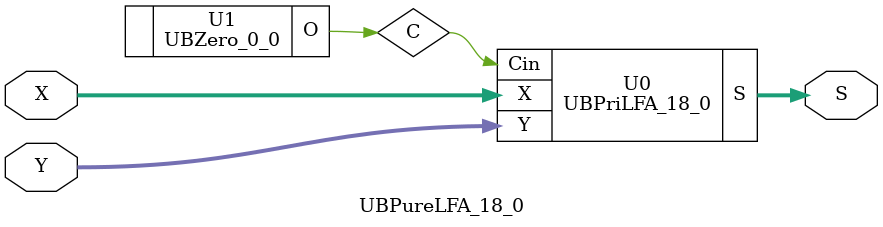
<source format=v>
/*----------------------------------------------------------------------------
  Copyright (c) 2021 Homma laboratory. All rights reserved.

  Top module: UBLFA_18_0_18_0

  Operand-1 length: 19
  Operand-2 length: 19
  Two-operand addition algorithm: Ladner-Fischer adder
----------------------------------------------------------------------------*/

module GPGenerator(Go, Po, A, B);
  output Go;
  output Po;
  input A;
  input B;
  assign Go = A & B;
  assign Po = A ^ B;
endmodule

module CarryOperator(Go, Po, Gi1, Pi1, Gi2, Pi2);
  output Go;
  output Po;
  input Gi1;
  input Gi2;
  input Pi1;
  input Pi2;
  assign Go = Gi1 | ( Gi2 & Pi1 );
  assign Po = Pi1 & Pi2;
endmodule

module UBPriLFA_18_0(S, X, Y, Cin);
  output [19:0] S;
  input Cin;
  input [18:0] X;
  input [18:0] Y;
  wire [18:0] G0;
  wire [18:0] G1;
  wire [18:0] G2;
  wire [18:0] G3;
  wire [18:0] G4;
  wire [18:0] G5;
  wire [18:0] P0;
  wire [18:0] P1;
  wire [18:0] P2;
  wire [18:0] P3;
  wire [18:0] P4;
  wire [18:0] P5;
  assign P1[0] = P0[0];
  assign G1[0] = G0[0];
  assign P1[2] = P0[2];
  assign G1[2] = G0[2];
  assign P1[4] = P0[4];
  assign G1[4] = G0[4];
  assign P1[6] = P0[6];
  assign G1[6] = G0[6];
  assign P1[8] = P0[8];
  assign G1[8] = G0[8];
  assign P1[10] = P0[10];
  assign G1[10] = G0[10];
  assign P1[12] = P0[12];
  assign G1[12] = G0[12];
  assign P1[14] = P0[14];
  assign G1[14] = G0[14];
  assign P1[16] = P0[16];
  assign G1[16] = G0[16];
  assign P1[18] = P0[18];
  assign G1[18] = G0[18];
  assign P2[0] = P1[0];
  assign G2[0] = G1[0];
  assign P2[1] = P1[1];
  assign G2[1] = G1[1];
  assign P2[4] = P1[4];
  assign G2[4] = G1[4];
  assign P2[5] = P1[5];
  assign G2[5] = G1[5];
  assign P2[8] = P1[8];
  assign G2[8] = G1[8];
  assign P2[9] = P1[9];
  assign G2[9] = G1[9];
  assign P2[12] = P1[12];
  assign G2[12] = G1[12];
  assign P2[13] = P1[13];
  assign G2[13] = G1[13];
  assign P2[16] = P1[16];
  assign G2[16] = G1[16];
  assign P2[17] = P1[17];
  assign G2[17] = G1[17];
  assign P3[0] = P2[0];
  assign G3[0] = G2[0];
  assign P3[1] = P2[1];
  assign G3[1] = G2[1];
  assign P3[2] = P2[2];
  assign G3[2] = G2[2];
  assign P3[3] = P2[3];
  assign G3[3] = G2[3];
  assign P3[8] = P2[8];
  assign G3[8] = G2[8];
  assign P3[9] = P2[9];
  assign G3[9] = G2[9];
  assign P3[10] = P2[10];
  assign G3[10] = G2[10];
  assign P3[11] = P2[11];
  assign G3[11] = G2[11];
  assign P3[16] = P2[16];
  assign G3[16] = G2[16];
  assign P3[17] = P2[17];
  assign G3[17] = G2[17];
  assign P3[18] = P2[18];
  assign G3[18] = G2[18];
  assign P4[0] = P3[0];
  assign G4[0] = G3[0];
  assign P4[1] = P3[1];
  assign G4[1] = G3[1];
  assign P4[2] = P3[2];
  assign G4[2] = G3[2];
  assign P4[3] = P3[3];
  assign G4[3] = G3[3];
  assign P4[4] = P3[4];
  assign G4[4] = G3[4];
  assign P4[5] = P3[5];
  assign G4[5] = G3[5];
  assign P4[6] = P3[6];
  assign G4[6] = G3[6];
  assign P4[7] = P3[7];
  assign G4[7] = G3[7];
  assign P4[16] = P3[16];
  assign G4[16] = G3[16];
  assign P4[17] = P3[17];
  assign G4[17] = G3[17];
  assign P4[18] = P3[18];
  assign G4[18] = G3[18];
  assign P5[0] = P4[0];
  assign G5[0] = G4[0];
  assign P5[1] = P4[1];
  assign G5[1] = G4[1];
  assign P5[2] = P4[2];
  assign G5[2] = G4[2];
  assign P5[3] = P4[3];
  assign G5[3] = G4[3];
  assign P5[4] = P4[4];
  assign G5[4] = G4[4];
  assign P5[5] = P4[5];
  assign G5[5] = G4[5];
  assign P5[6] = P4[6];
  assign G5[6] = G4[6];
  assign P5[7] = P4[7];
  assign G5[7] = G4[7];
  assign P5[8] = P4[8];
  assign G5[8] = G4[8];
  assign P5[9] = P4[9];
  assign G5[9] = G4[9];
  assign P5[10] = P4[10];
  assign G5[10] = G4[10];
  assign P5[11] = P4[11];
  assign G5[11] = G4[11];
  assign P5[12] = P4[12];
  assign G5[12] = G4[12];
  assign P5[13] = P4[13];
  assign G5[13] = G4[13];
  assign P5[14] = P4[14];
  assign G5[14] = G4[14];
  assign P5[15] = P4[15];
  assign G5[15] = G4[15];
  assign S[0] = Cin ^ P0[0];
  assign S[1] = ( G5[0] | ( P5[0] & Cin ) ) ^ P0[1];
  assign S[2] = ( G5[1] | ( P5[1] & Cin ) ) ^ P0[2];
  assign S[3] = ( G5[2] | ( P5[2] & Cin ) ) ^ P0[3];
  assign S[4] = ( G5[3] | ( P5[3] & Cin ) ) ^ P0[4];
  assign S[5] = ( G5[4] | ( P5[4] & Cin ) ) ^ P0[5];
  assign S[6] = ( G5[5] | ( P5[5] & Cin ) ) ^ P0[6];
  assign S[7] = ( G5[6] | ( P5[6] & Cin ) ) ^ P0[7];
  assign S[8] = ( G5[7] | ( P5[7] & Cin ) ) ^ P0[8];
  assign S[9] = ( G5[8] | ( P5[8] & Cin ) ) ^ P0[9];
  assign S[10] = ( G5[9] | ( P5[9] & Cin ) ) ^ P0[10];
  assign S[11] = ( G5[10] | ( P5[10] & Cin ) ) ^ P0[11];
  assign S[12] = ( G5[11] | ( P5[11] & Cin ) ) ^ P0[12];
  assign S[13] = ( G5[12] | ( P5[12] & Cin ) ) ^ P0[13];
  assign S[14] = ( G5[13] | ( P5[13] & Cin ) ) ^ P0[14];
  assign S[15] = ( G5[14] | ( P5[14] & Cin ) ) ^ P0[15];
  assign S[16] = ( G5[15] | ( P5[15] & Cin ) ) ^ P0[16];
  assign S[17] = ( G5[16] | ( P5[16] & Cin ) ) ^ P0[17];
  assign S[18] = ( G5[17] | ( P5[17] & Cin ) ) ^ P0[18];
  assign S[19] = G5[18] | ( P5[18] & Cin );
  GPGenerator U0 (G0[0], P0[0], X[0], Y[0]);
  GPGenerator U1 (G0[1], P0[1], X[1], Y[1]);
  GPGenerator U2 (G0[2], P0[2], X[2], Y[2]);
  GPGenerator U3 (G0[3], P0[3], X[3], Y[3]);
  GPGenerator U4 (G0[4], P0[4], X[4], Y[4]);
  GPGenerator U5 (G0[5], P0[5], X[5], Y[5]);
  GPGenerator U6 (G0[6], P0[6], X[6], Y[6]);
  GPGenerator U7 (G0[7], P0[7], X[7], Y[7]);
  GPGenerator U8 (G0[8], P0[8], X[8], Y[8]);
  GPGenerator U9 (G0[9], P0[9], X[9], Y[9]);
  GPGenerator U10 (G0[10], P0[10], X[10], Y[10]);
  GPGenerator U11 (G0[11], P0[11], X[11], Y[11]);
  GPGenerator U12 (G0[12], P0[12], X[12], Y[12]);
  GPGenerator U13 (G0[13], P0[13], X[13], Y[13]);
  GPGenerator U14 (G0[14], P0[14], X[14], Y[14]);
  GPGenerator U15 (G0[15], P0[15], X[15], Y[15]);
  GPGenerator U16 (G0[16], P0[16], X[16], Y[16]);
  GPGenerator U17 (G0[17], P0[17], X[17], Y[17]);
  GPGenerator U18 (G0[18], P0[18], X[18], Y[18]);
  CarryOperator U19 (G1[1], P1[1], G0[1], P0[1], G0[0], P0[0]);
  CarryOperator U20 (G1[3], P1[3], G0[3], P0[3], G0[2], P0[2]);
  CarryOperator U21 (G1[5], P1[5], G0[5], P0[5], G0[4], P0[4]);
  CarryOperator U22 (G1[7], P1[7], G0[7], P0[7], G0[6], P0[6]);
  CarryOperator U23 (G1[9], P1[9], G0[9], P0[9], G0[8], P0[8]);
  CarryOperator U24 (G1[11], P1[11], G0[11], P0[11], G0[10], P0[10]);
  CarryOperator U25 (G1[13], P1[13], G0[13], P0[13], G0[12], P0[12]);
  CarryOperator U26 (G1[15], P1[15], G0[15], P0[15], G0[14], P0[14]);
  CarryOperator U27 (G1[17], P1[17], G0[17], P0[17], G0[16], P0[16]);
  CarryOperator U28 (G2[2], P2[2], G1[2], P1[2], G1[1], P1[1]);
  CarryOperator U29 (G2[3], P2[3], G1[3], P1[3], G1[1], P1[1]);
  CarryOperator U30 (G2[6], P2[6], G1[6], P1[6], G1[5], P1[5]);
  CarryOperator U31 (G2[7], P2[7], G1[7], P1[7], G1[5], P1[5]);
  CarryOperator U32 (G2[10], P2[10], G1[10], P1[10], G1[9], P1[9]);
  CarryOperator U33 (G2[11], P2[11], G1[11], P1[11], G1[9], P1[9]);
  CarryOperator U34 (G2[14], P2[14], G1[14], P1[14], G1[13], P1[13]);
  CarryOperator U35 (G2[15], P2[15], G1[15], P1[15], G1[13], P1[13]);
  CarryOperator U36 (G2[18], P2[18], G1[18], P1[18], G1[17], P1[17]);
  CarryOperator U37 (G3[4], P3[4], G2[4], P2[4], G2[3], P2[3]);
  CarryOperator U38 (G3[5], P3[5], G2[5], P2[5], G2[3], P2[3]);
  CarryOperator U39 (G3[6], P3[6], G2[6], P2[6], G2[3], P2[3]);
  CarryOperator U40 (G3[7], P3[7], G2[7], P2[7], G2[3], P2[3]);
  CarryOperator U41 (G3[12], P3[12], G2[12], P2[12], G2[11], P2[11]);
  CarryOperator U42 (G3[13], P3[13], G2[13], P2[13], G2[11], P2[11]);
  CarryOperator U43 (G3[14], P3[14], G2[14], P2[14], G2[11], P2[11]);
  CarryOperator U44 (G3[15], P3[15], G2[15], P2[15], G2[11], P2[11]);
  CarryOperator U45 (G4[8], P4[8], G3[8], P3[8], G3[7], P3[7]);
  CarryOperator U46 (G4[9], P4[9], G3[9], P3[9], G3[7], P3[7]);
  CarryOperator U47 (G4[10], P4[10], G3[10], P3[10], G3[7], P3[7]);
  CarryOperator U48 (G4[11], P4[11], G3[11], P3[11], G3[7], P3[7]);
  CarryOperator U49 (G4[12], P4[12], G3[12], P3[12], G3[7], P3[7]);
  CarryOperator U50 (G4[13], P4[13], G3[13], P3[13], G3[7], P3[7]);
  CarryOperator U51 (G4[14], P4[14], G3[14], P3[14], G3[7], P3[7]);
  CarryOperator U52 (G4[15], P4[15], G3[15], P3[15], G3[7], P3[7]);
  CarryOperator U53 (G5[16], P5[16], G4[16], P4[16], G4[15], P4[15]);
  CarryOperator U54 (G5[17], P5[17], G4[17], P4[17], G4[15], P4[15]);
  CarryOperator U55 (G5[18], P5[18], G4[18], P4[18], G4[15], P4[15]);
endmodule

module UBZero_0_0(O);
  output [0:0] O;
  assign O[0] = 0;
endmodule

module UBLFA_18_0_18_0 (S, X, Y);
  output [19:0] S;
  input [18:0] X;
  input [18:0] Y;
  UBPureLFA_18_0 U0 (S[19:0], X[18:0], Y[18:0]);
endmodule

module UBPureLFA_18_0 (S, X, Y);
  output [19:0] S;
  input [18:0] X;
  input [18:0] Y;
  wire C;
  UBPriLFA_18_0 U0 (S, X, Y, C);
  UBZero_0_0 U1 (C);
endmodule


</source>
